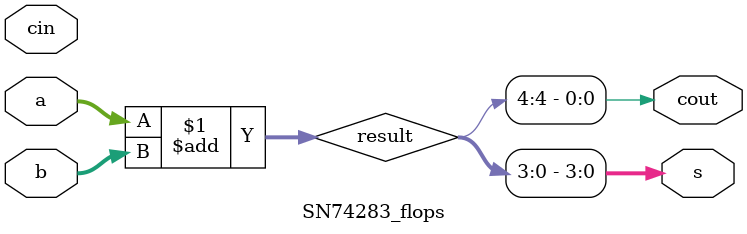
<source format=v>
module SN74283_flops(
   input [3:0] a,
   input [3:0] b,
   input cin,
   output [3:0] s,
   output cout
);
   wire [4:0] result;
   assign result = a + b;
   assign {cout, s} = result;

endmodule
</source>
